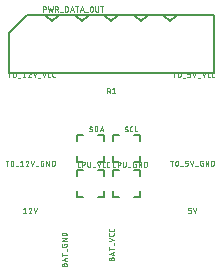
<source format=gbr>
G04 EAGLE Gerber X2 export*
%TF.Part,Single*%
%TF.FileFunction,Legend,Top,1*%
%TF.FilePolarity,Positive*%
%TF.GenerationSoftware,Autodesk,EAGLE,9.1.0*%
%TF.CreationDate,2018-11-27T18:07:30Z*%
G75*
%MOMM*%
%FSLAX34Y34*%
%LPD*%
%AMOC8*
5,1,8,0,0,1.08239X$1,22.5*%
G01*
%ADD10C,0.127000*%
%ADD11C,0.050800*%
%ADD12C,0.076200*%
%ADD13C,0.152400*%


D10*
X194500Y233000D02*
X36000Y233000D01*
X20500Y217000D02*
X20500Y184000D01*
X57500Y227500D02*
X52500Y232500D01*
X57500Y227500D02*
X62500Y232500D01*
X77500Y232500D02*
X82500Y227500D01*
X87500Y232500D01*
X102500Y232500D02*
X107500Y227500D01*
X112500Y232500D01*
X127500Y232500D02*
X132500Y227500D01*
X152500Y232500D02*
X157500Y227500D01*
X137500Y232500D02*
X132500Y227500D01*
X157500Y227500D02*
X162500Y232500D01*
X36000Y233000D02*
X20500Y217500D01*
X20500Y184000D02*
X194500Y184000D01*
X194500Y233000D01*
D11*
X49854Y235654D02*
X49854Y240146D01*
X51102Y240146D01*
X51171Y240144D01*
X51239Y240138D01*
X51307Y240129D01*
X51375Y240116D01*
X51442Y240099D01*
X51507Y240078D01*
X51572Y240054D01*
X51635Y240027D01*
X51696Y239996D01*
X51756Y239961D01*
X51813Y239924D01*
X51869Y239883D01*
X51922Y239839D01*
X51972Y239793D01*
X52020Y239743D01*
X52065Y239691D01*
X52108Y239637D01*
X52147Y239581D01*
X52183Y239522D01*
X52216Y239462D01*
X52245Y239399D01*
X52271Y239336D01*
X52293Y239271D01*
X52312Y239204D01*
X52327Y239137D01*
X52338Y239069D01*
X52346Y239001D01*
X52350Y238932D01*
X52350Y238864D01*
X52346Y238795D01*
X52338Y238727D01*
X52327Y238659D01*
X52312Y238592D01*
X52293Y238525D01*
X52271Y238460D01*
X52245Y238397D01*
X52216Y238334D01*
X52183Y238274D01*
X52147Y238215D01*
X52108Y238159D01*
X52065Y238105D01*
X52020Y238053D01*
X51972Y238003D01*
X51922Y237957D01*
X51869Y237913D01*
X51813Y237872D01*
X51756Y237835D01*
X51696Y237800D01*
X51635Y237769D01*
X51572Y237742D01*
X51507Y237718D01*
X51442Y237697D01*
X51375Y237680D01*
X51307Y237667D01*
X51239Y237658D01*
X51171Y237652D01*
X51102Y237650D01*
X49854Y237650D01*
X53980Y240146D02*
X54978Y235654D01*
X55976Y238649D01*
X56974Y235654D01*
X57973Y240146D01*
X60011Y240146D02*
X60011Y235654D01*
X60011Y240146D02*
X61259Y240146D01*
X61328Y240144D01*
X61396Y240138D01*
X61464Y240129D01*
X61532Y240116D01*
X61599Y240099D01*
X61664Y240078D01*
X61729Y240054D01*
X61792Y240027D01*
X61853Y239996D01*
X61913Y239961D01*
X61970Y239924D01*
X62026Y239883D01*
X62079Y239839D01*
X62129Y239793D01*
X62177Y239743D01*
X62222Y239691D01*
X62265Y239637D01*
X62304Y239581D01*
X62340Y239522D01*
X62373Y239462D01*
X62402Y239399D01*
X62428Y239336D01*
X62450Y239271D01*
X62469Y239204D01*
X62484Y239137D01*
X62495Y239069D01*
X62503Y239001D01*
X62507Y238932D01*
X62507Y238864D01*
X62503Y238795D01*
X62495Y238727D01*
X62484Y238659D01*
X62469Y238592D01*
X62450Y238525D01*
X62428Y238460D01*
X62402Y238397D01*
X62373Y238334D01*
X62340Y238274D01*
X62304Y238215D01*
X62265Y238159D01*
X62222Y238105D01*
X62177Y238053D01*
X62129Y238003D01*
X62079Y237957D01*
X62026Y237913D01*
X61970Y237872D01*
X61913Y237835D01*
X61853Y237800D01*
X61792Y237769D01*
X61729Y237742D01*
X61664Y237718D01*
X61599Y237697D01*
X61532Y237680D01*
X61464Y237667D01*
X61396Y237658D01*
X61328Y237652D01*
X61259Y237650D01*
X60011Y237650D01*
X61509Y237650D02*
X62507Y235654D01*
X64278Y235155D02*
X66274Y235155D01*
X68228Y235654D02*
X68228Y240146D01*
X69476Y240146D01*
X69544Y240144D01*
X69611Y240139D01*
X69678Y240130D01*
X69744Y240117D01*
X69810Y240101D01*
X69874Y240081D01*
X69938Y240057D01*
X70000Y240031D01*
X70061Y240001D01*
X70119Y239967D01*
X70176Y239931D01*
X70231Y239892D01*
X70284Y239849D01*
X70334Y239804D01*
X70382Y239756D01*
X70427Y239706D01*
X70470Y239653D01*
X70509Y239598D01*
X70545Y239541D01*
X70579Y239483D01*
X70609Y239422D01*
X70635Y239360D01*
X70659Y239296D01*
X70679Y239232D01*
X70695Y239166D01*
X70708Y239100D01*
X70717Y239033D01*
X70722Y238966D01*
X70724Y238898D01*
X70724Y236902D01*
X70722Y236834D01*
X70717Y236767D01*
X70708Y236700D01*
X70695Y236634D01*
X70679Y236568D01*
X70659Y236504D01*
X70635Y236440D01*
X70609Y236378D01*
X70579Y236317D01*
X70545Y236259D01*
X70509Y236202D01*
X70470Y236147D01*
X70427Y236094D01*
X70382Y236044D01*
X70334Y235996D01*
X70284Y235951D01*
X70231Y235908D01*
X70176Y235869D01*
X70119Y235833D01*
X70061Y235799D01*
X70000Y235769D01*
X69938Y235743D01*
X69874Y235719D01*
X69810Y235699D01*
X69744Y235683D01*
X69678Y235670D01*
X69611Y235661D01*
X69544Y235656D01*
X69476Y235654D01*
X68228Y235654D01*
X72629Y235654D02*
X74126Y240146D01*
X75623Y235654D01*
X75249Y236777D02*
X73003Y236777D01*
X78326Y235654D02*
X78326Y240146D01*
X77078Y240146D02*
X79574Y240146D01*
X82526Y240146D02*
X81029Y235654D01*
X84023Y235654D02*
X82526Y240146D01*
X83649Y236777D02*
X81403Y236777D01*
X85578Y235155D02*
X87574Y235155D01*
X89378Y236902D02*
X89378Y238898D01*
X89380Y238967D01*
X89386Y239035D01*
X89395Y239103D01*
X89408Y239171D01*
X89425Y239238D01*
X89446Y239303D01*
X89470Y239368D01*
X89497Y239431D01*
X89528Y239492D01*
X89563Y239552D01*
X89600Y239609D01*
X89641Y239665D01*
X89685Y239718D01*
X89731Y239768D01*
X89781Y239816D01*
X89833Y239861D01*
X89887Y239904D01*
X89943Y239943D01*
X90002Y239979D01*
X90062Y240012D01*
X90125Y240041D01*
X90188Y240067D01*
X90253Y240089D01*
X90320Y240108D01*
X90387Y240123D01*
X90455Y240134D01*
X90523Y240142D01*
X90592Y240146D01*
X90660Y240146D01*
X90729Y240142D01*
X90797Y240134D01*
X90865Y240123D01*
X90932Y240108D01*
X90999Y240089D01*
X91064Y240067D01*
X91127Y240041D01*
X91190Y240012D01*
X91250Y239979D01*
X91309Y239943D01*
X91365Y239904D01*
X91419Y239861D01*
X91471Y239816D01*
X91521Y239768D01*
X91567Y239718D01*
X91611Y239665D01*
X91652Y239609D01*
X91689Y239552D01*
X91724Y239492D01*
X91755Y239431D01*
X91782Y239368D01*
X91806Y239303D01*
X91827Y239238D01*
X91844Y239171D01*
X91857Y239103D01*
X91866Y239035D01*
X91872Y238967D01*
X91874Y238898D01*
X91874Y236902D01*
X91872Y236833D01*
X91866Y236765D01*
X91857Y236697D01*
X91844Y236629D01*
X91827Y236562D01*
X91806Y236497D01*
X91782Y236432D01*
X91755Y236369D01*
X91724Y236308D01*
X91689Y236248D01*
X91652Y236191D01*
X91611Y236135D01*
X91567Y236082D01*
X91521Y236032D01*
X91471Y235984D01*
X91419Y235939D01*
X91365Y235896D01*
X91309Y235857D01*
X91250Y235821D01*
X91190Y235788D01*
X91127Y235759D01*
X91064Y235733D01*
X90999Y235711D01*
X90932Y235692D01*
X90865Y235677D01*
X90797Y235666D01*
X90729Y235658D01*
X90660Y235654D01*
X90592Y235654D01*
X90523Y235658D01*
X90455Y235666D01*
X90387Y235677D01*
X90320Y235692D01*
X90253Y235711D01*
X90188Y235733D01*
X90125Y235759D01*
X90062Y235788D01*
X90002Y235821D01*
X89943Y235857D01*
X89887Y235896D01*
X89833Y235939D01*
X89781Y235984D01*
X89731Y236032D01*
X89685Y236082D01*
X89641Y236135D01*
X89600Y236191D01*
X89563Y236248D01*
X89528Y236308D01*
X89497Y236369D01*
X89470Y236432D01*
X89446Y236497D01*
X89425Y236562D01*
X89408Y236629D01*
X89395Y236697D01*
X89386Y236765D01*
X89380Y236833D01*
X89378Y236902D01*
X94028Y236902D02*
X94028Y240146D01*
X94028Y236902D02*
X94030Y236833D01*
X94036Y236765D01*
X94045Y236697D01*
X94058Y236629D01*
X94075Y236562D01*
X94096Y236497D01*
X94120Y236432D01*
X94147Y236369D01*
X94178Y236308D01*
X94213Y236248D01*
X94250Y236191D01*
X94291Y236135D01*
X94335Y236082D01*
X94381Y236032D01*
X94431Y235984D01*
X94483Y235939D01*
X94537Y235896D01*
X94593Y235857D01*
X94652Y235821D01*
X94712Y235788D01*
X94775Y235759D01*
X94838Y235733D01*
X94903Y235711D01*
X94970Y235692D01*
X95037Y235677D01*
X95105Y235666D01*
X95173Y235658D01*
X95242Y235654D01*
X95310Y235654D01*
X95379Y235658D01*
X95447Y235666D01*
X95515Y235677D01*
X95582Y235692D01*
X95649Y235711D01*
X95714Y235733D01*
X95777Y235759D01*
X95840Y235788D01*
X95900Y235821D01*
X95959Y235857D01*
X96015Y235896D01*
X96069Y235939D01*
X96121Y235984D01*
X96171Y236032D01*
X96217Y236082D01*
X96261Y236135D01*
X96302Y236191D01*
X96339Y236248D01*
X96374Y236308D01*
X96405Y236369D01*
X96432Y236432D01*
X96456Y236497D01*
X96477Y236562D01*
X96494Y236629D01*
X96507Y236697D01*
X96516Y236765D01*
X96522Y236833D01*
X96524Y236902D01*
X96524Y240146D01*
X99626Y240146D02*
X99626Y235654D01*
X98378Y240146D02*
X100874Y240146D01*
D12*
X104031Y170969D02*
X104031Y166731D01*
X104031Y170969D02*
X105208Y170969D01*
X105275Y170967D01*
X105342Y170961D01*
X105409Y170952D01*
X105475Y170938D01*
X105540Y170921D01*
X105604Y170901D01*
X105666Y170876D01*
X105727Y170848D01*
X105787Y170817D01*
X105844Y170782D01*
X105900Y170744D01*
X105953Y170703D01*
X106004Y170659D01*
X106052Y170612D01*
X106098Y170563D01*
X106140Y170511D01*
X106180Y170456D01*
X106216Y170400D01*
X106249Y170341D01*
X106279Y170281D01*
X106305Y170219D01*
X106327Y170156D01*
X106346Y170091D01*
X106362Y170026D01*
X106373Y169960D01*
X106381Y169893D01*
X106385Y169826D01*
X106385Y169758D01*
X106381Y169691D01*
X106373Y169624D01*
X106362Y169558D01*
X106346Y169493D01*
X106327Y169428D01*
X106305Y169365D01*
X106279Y169303D01*
X106249Y169243D01*
X106216Y169184D01*
X106180Y169128D01*
X106140Y169073D01*
X106098Y169021D01*
X106052Y168972D01*
X106004Y168925D01*
X105953Y168881D01*
X105900Y168840D01*
X105844Y168802D01*
X105787Y168767D01*
X105727Y168736D01*
X105666Y168708D01*
X105604Y168683D01*
X105540Y168663D01*
X105475Y168646D01*
X105409Y168632D01*
X105342Y168623D01*
X105275Y168617D01*
X105208Y168615D01*
X104031Y168615D01*
X105444Y168615D02*
X106385Y166731D01*
X108489Y170027D02*
X109666Y170969D01*
X109666Y166731D01*
X108489Y166731D02*
X110843Y166731D01*
X107265Y26558D02*
X107265Y25381D01*
X107265Y26558D02*
X107267Y26625D01*
X107273Y26692D01*
X107282Y26759D01*
X107296Y26825D01*
X107313Y26890D01*
X107333Y26954D01*
X107358Y27016D01*
X107386Y27077D01*
X107417Y27137D01*
X107452Y27194D01*
X107490Y27250D01*
X107531Y27303D01*
X107575Y27354D01*
X107622Y27402D01*
X107671Y27448D01*
X107723Y27490D01*
X107778Y27530D01*
X107834Y27566D01*
X107893Y27599D01*
X107953Y27629D01*
X108015Y27655D01*
X108078Y27677D01*
X108143Y27696D01*
X108208Y27712D01*
X108274Y27723D01*
X108341Y27731D01*
X108408Y27735D01*
X108476Y27735D01*
X108543Y27731D01*
X108610Y27723D01*
X108676Y27712D01*
X108741Y27696D01*
X108806Y27677D01*
X108869Y27655D01*
X108931Y27629D01*
X108991Y27599D01*
X109050Y27566D01*
X109106Y27530D01*
X109161Y27490D01*
X109213Y27448D01*
X109262Y27402D01*
X109309Y27354D01*
X109353Y27303D01*
X109394Y27250D01*
X109432Y27194D01*
X109467Y27137D01*
X109498Y27077D01*
X109526Y27016D01*
X109551Y26954D01*
X109571Y26890D01*
X109588Y26825D01*
X109602Y26759D01*
X109611Y26692D01*
X109617Y26625D01*
X109619Y26558D01*
X109619Y25381D01*
X105381Y25381D01*
X105381Y26558D01*
X105383Y26618D01*
X105389Y26678D01*
X105398Y26738D01*
X105412Y26797D01*
X105429Y26855D01*
X105450Y26912D01*
X105474Y26967D01*
X105502Y27020D01*
X105534Y27072D01*
X105568Y27121D01*
X105606Y27169D01*
X105646Y27213D01*
X105690Y27255D01*
X105736Y27294D01*
X105784Y27331D01*
X105835Y27364D01*
X105887Y27393D01*
X105942Y27419D01*
X105998Y27442D01*
X106055Y27461D01*
X106113Y27476D01*
X106173Y27488D01*
X106233Y27496D01*
X106293Y27500D01*
X106353Y27500D01*
X106413Y27496D01*
X106473Y27488D01*
X106533Y27476D01*
X106591Y27461D01*
X106648Y27442D01*
X106704Y27419D01*
X106759Y27393D01*
X106811Y27364D01*
X106862Y27331D01*
X106910Y27294D01*
X106956Y27255D01*
X107000Y27213D01*
X107040Y27169D01*
X107078Y27121D01*
X107112Y27072D01*
X107144Y27020D01*
X107172Y26967D01*
X107196Y26912D01*
X107217Y26855D01*
X107234Y26797D01*
X107248Y26738D01*
X107257Y26678D01*
X107263Y26618D01*
X107265Y26558D01*
X109619Y29399D02*
X105381Y30811D01*
X109619Y32224D01*
X108560Y31871D02*
X108560Y29752D01*
X109619Y35011D02*
X105381Y35011D01*
X105381Y33834D02*
X105381Y36189D01*
X110090Y37820D02*
X110090Y39703D01*
X109619Y42811D02*
X105381Y41399D01*
X105381Y44224D02*
X109619Y42811D01*
X109619Y47057D02*
X109619Y47999D01*
X109619Y47057D02*
X109617Y46998D01*
X109612Y46939D01*
X109602Y46880D01*
X109589Y46823D01*
X109573Y46766D01*
X109553Y46710D01*
X109529Y46656D01*
X109502Y46603D01*
X109472Y46552D01*
X109439Y46503D01*
X109403Y46457D01*
X109364Y46412D01*
X109322Y46370D01*
X109277Y46331D01*
X109231Y46295D01*
X109182Y46262D01*
X109131Y46232D01*
X109078Y46205D01*
X109024Y46181D01*
X108968Y46161D01*
X108911Y46145D01*
X108854Y46132D01*
X108795Y46122D01*
X108736Y46117D01*
X108677Y46115D01*
X106323Y46115D01*
X106264Y46117D01*
X106205Y46122D01*
X106146Y46132D01*
X106089Y46145D01*
X106032Y46161D01*
X105976Y46181D01*
X105922Y46205D01*
X105869Y46232D01*
X105818Y46262D01*
X105769Y46295D01*
X105723Y46331D01*
X105678Y46370D01*
X105636Y46412D01*
X105597Y46457D01*
X105561Y46503D01*
X105528Y46552D01*
X105498Y46603D01*
X105471Y46656D01*
X105447Y46710D01*
X105427Y46766D01*
X105411Y46823D01*
X105398Y46880D01*
X105388Y46939D01*
X105383Y46998D01*
X105381Y47057D01*
X105381Y47999D01*
X109619Y50807D02*
X109619Y51749D01*
X109619Y50807D02*
X109617Y50748D01*
X109612Y50689D01*
X109602Y50630D01*
X109589Y50573D01*
X109573Y50516D01*
X109553Y50460D01*
X109529Y50406D01*
X109502Y50353D01*
X109472Y50302D01*
X109439Y50253D01*
X109403Y50207D01*
X109364Y50162D01*
X109322Y50120D01*
X109277Y50081D01*
X109231Y50045D01*
X109182Y50012D01*
X109131Y49982D01*
X109078Y49955D01*
X109024Y49931D01*
X108968Y49911D01*
X108911Y49895D01*
X108854Y49882D01*
X108795Y49872D01*
X108736Y49867D01*
X108677Y49865D01*
X106323Y49865D01*
X106264Y49867D01*
X106205Y49872D01*
X106146Y49882D01*
X106089Y49895D01*
X106032Y49911D01*
X105976Y49931D01*
X105922Y49955D01*
X105869Y49982D01*
X105818Y50012D01*
X105769Y50045D01*
X105723Y50081D01*
X105678Y50120D01*
X105636Y50162D01*
X105597Y50207D01*
X105561Y50253D01*
X105528Y50302D01*
X105498Y50353D01*
X105471Y50406D01*
X105447Y50460D01*
X105427Y50516D01*
X105411Y50573D01*
X105398Y50630D01*
X105388Y50689D01*
X105383Y50748D01*
X105381Y50807D01*
X105381Y51749D01*
X67265Y21558D02*
X67265Y20381D01*
X67265Y21558D02*
X67267Y21625D01*
X67273Y21692D01*
X67282Y21759D01*
X67296Y21825D01*
X67313Y21890D01*
X67333Y21954D01*
X67358Y22016D01*
X67386Y22077D01*
X67417Y22137D01*
X67452Y22194D01*
X67490Y22250D01*
X67531Y22303D01*
X67575Y22354D01*
X67622Y22402D01*
X67671Y22448D01*
X67723Y22490D01*
X67778Y22530D01*
X67834Y22566D01*
X67893Y22599D01*
X67953Y22629D01*
X68015Y22655D01*
X68078Y22677D01*
X68143Y22696D01*
X68208Y22712D01*
X68274Y22723D01*
X68341Y22731D01*
X68408Y22735D01*
X68476Y22735D01*
X68543Y22731D01*
X68610Y22723D01*
X68676Y22712D01*
X68741Y22696D01*
X68806Y22677D01*
X68869Y22655D01*
X68931Y22629D01*
X68991Y22599D01*
X69050Y22566D01*
X69106Y22530D01*
X69161Y22490D01*
X69213Y22448D01*
X69262Y22402D01*
X69309Y22354D01*
X69353Y22303D01*
X69394Y22250D01*
X69432Y22194D01*
X69467Y22137D01*
X69498Y22077D01*
X69526Y22016D01*
X69551Y21954D01*
X69571Y21890D01*
X69588Y21825D01*
X69602Y21759D01*
X69611Y21692D01*
X69617Y21625D01*
X69619Y21558D01*
X69619Y20381D01*
X65381Y20381D01*
X65381Y21558D01*
X65383Y21618D01*
X65389Y21678D01*
X65398Y21738D01*
X65412Y21797D01*
X65429Y21855D01*
X65450Y21912D01*
X65474Y21967D01*
X65502Y22020D01*
X65534Y22072D01*
X65568Y22121D01*
X65606Y22169D01*
X65646Y22213D01*
X65690Y22255D01*
X65736Y22294D01*
X65784Y22331D01*
X65835Y22364D01*
X65887Y22393D01*
X65942Y22419D01*
X65998Y22442D01*
X66055Y22461D01*
X66113Y22476D01*
X66173Y22488D01*
X66233Y22496D01*
X66293Y22500D01*
X66353Y22500D01*
X66413Y22496D01*
X66473Y22488D01*
X66533Y22476D01*
X66591Y22461D01*
X66648Y22442D01*
X66704Y22419D01*
X66759Y22393D01*
X66811Y22364D01*
X66862Y22331D01*
X66910Y22294D01*
X66956Y22255D01*
X67000Y22213D01*
X67040Y22169D01*
X67078Y22121D01*
X67112Y22072D01*
X67144Y22020D01*
X67172Y21967D01*
X67196Y21912D01*
X67217Y21855D01*
X67234Y21797D01*
X67248Y21738D01*
X67257Y21678D01*
X67263Y21618D01*
X67265Y21558D01*
X69619Y24399D02*
X65381Y25811D01*
X69619Y27224D01*
X68560Y26871D02*
X68560Y24752D01*
X69619Y30011D02*
X65381Y30011D01*
X65381Y28834D02*
X65381Y31189D01*
X70090Y32820D02*
X70090Y34703D01*
X67265Y38432D02*
X67265Y39139D01*
X69619Y39139D01*
X69619Y37726D01*
X69617Y37667D01*
X69612Y37608D01*
X69602Y37549D01*
X69589Y37492D01*
X69573Y37435D01*
X69553Y37379D01*
X69529Y37325D01*
X69502Y37272D01*
X69472Y37221D01*
X69439Y37172D01*
X69403Y37126D01*
X69364Y37081D01*
X69322Y37039D01*
X69277Y37000D01*
X69231Y36964D01*
X69182Y36931D01*
X69131Y36901D01*
X69078Y36874D01*
X69024Y36850D01*
X68968Y36830D01*
X68911Y36814D01*
X68854Y36801D01*
X68795Y36791D01*
X68736Y36786D01*
X68677Y36784D01*
X66323Y36784D01*
X66264Y36786D01*
X66205Y36791D01*
X66146Y36801D01*
X66089Y36814D01*
X66032Y36830D01*
X65976Y36850D01*
X65922Y36874D01*
X65869Y36901D01*
X65818Y36931D01*
X65769Y36964D01*
X65723Y37000D01*
X65678Y37039D01*
X65636Y37081D01*
X65597Y37126D01*
X65561Y37172D01*
X65528Y37221D01*
X65498Y37272D01*
X65471Y37325D01*
X65447Y37379D01*
X65427Y37435D01*
X65411Y37492D01*
X65398Y37549D01*
X65388Y37608D01*
X65383Y37667D01*
X65381Y37726D01*
X65381Y39139D01*
X65381Y41584D02*
X69619Y41584D01*
X69619Y43939D02*
X65381Y41584D01*
X65381Y43939D02*
X69619Y43939D01*
X69619Y46384D02*
X65381Y46384D01*
X65381Y47561D01*
X65383Y47627D01*
X65388Y47693D01*
X65398Y47758D01*
X65411Y47823D01*
X65427Y47887D01*
X65447Y47950D01*
X65471Y48011D01*
X65498Y48072D01*
X65528Y48130D01*
X65561Y48187D01*
X65598Y48242D01*
X65638Y48295D01*
X65680Y48345D01*
X65726Y48393D01*
X65774Y48439D01*
X65824Y48481D01*
X65877Y48521D01*
X65932Y48558D01*
X65989Y48591D01*
X66047Y48621D01*
X66108Y48648D01*
X66169Y48672D01*
X66232Y48692D01*
X66296Y48708D01*
X66361Y48721D01*
X66426Y48731D01*
X66492Y48736D01*
X66558Y48738D01*
X66558Y48739D02*
X68442Y48739D01*
X68442Y48738D02*
X68508Y48736D01*
X68574Y48731D01*
X68639Y48721D01*
X68704Y48708D01*
X68768Y48692D01*
X68831Y48672D01*
X68892Y48648D01*
X68953Y48621D01*
X69011Y48591D01*
X69068Y48558D01*
X69123Y48521D01*
X69176Y48481D01*
X69226Y48439D01*
X69274Y48393D01*
X69320Y48345D01*
X69362Y48295D01*
X69402Y48242D01*
X69439Y48187D01*
X69472Y48130D01*
X69502Y48072D01*
X69529Y48011D01*
X69553Y47950D01*
X69573Y47887D01*
X69589Y47823D01*
X69602Y47758D01*
X69612Y47693D01*
X69617Y47627D01*
X69619Y47561D01*
X69619Y46384D01*
X160782Y180381D02*
X160782Y184619D01*
X159605Y184619D02*
X161959Y184619D01*
X163805Y183442D02*
X163805Y181558D01*
X163805Y183442D02*
X163807Y183509D01*
X163813Y183576D01*
X163822Y183643D01*
X163836Y183709D01*
X163853Y183774D01*
X163873Y183838D01*
X163898Y183900D01*
X163926Y183961D01*
X163957Y184021D01*
X163992Y184078D01*
X164030Y184134D01*
X164071Y184187D01*
X164115Y184238D01*
X164162Y184286D01*
X164211Y184332D01*
X164263Y184374D01*
X164318Y184414D01*
X164374Y184450D01*
X164433Y184483D01*
X164493Y184513D01*
X164555Y184539D01*
X164618Y184561D01*
X164683Y184580D01*
X164748Y184596D01*
X164814Y184607D01*
X164881Y184615D01*
X164948Y184619D01*
X165016Y184619D01*
X165083Y184615D01*
X165150Y184607D01*
X165216Y184596D01*
X165281Y184580D01*
X165346Y184561D01*
X165409Y184539D01*
X165471Y184513D01*
X165531Y184483D01*
X165590Y184450D01*
X165646Y184414D01*
X165701Y184374D01*
X165753Y184332D01*
X165802Y184286D01*
X165849Y184238D01*
X165893Y184187D01*
X165934Y184134D01*
X165972Y184078D01*
X166007Y184021D01*
X166038Y183961D01*
X166066Y183900D01*
X166091Y183838D01*
X166111Y183774D01*
X166128Y183709D01*
X166142Y183643D01*
X166151Y183576D01*
X166157Y183509D01*
X166159Y183442D01*
X166159Y181558D01*
X166157Y181491D01*
X166151Y181424D01*
X166142Y181357D01*
X166128Y181291D01*
X166111Y181226D01*
X166091Y181162D01*
X166066Y181100D01*
X166038Y181039D01*
X166007Y180979D01*
X165972Y180922D01*
X165934Y180866D01*
X165893Y180813D01*
X165849Y180762D01*
X165802Y180714D01*
X165753Y180668D01*
X165701Y180626D01*
X165646Y180586D01*
X165590Y180550D01*
X165531Y180517D01*
X165471Y180487D01*
X165409Y180461D01*
X165346Y180439D01*
X165281Y180420D01*
X165216Y180404D01*
X165150Y180393D01*
X165083Y180385D01*
X165016Y180381D01*
X164948Y180381D01*
X164881Y180385D01*
X164814Y180393D01*
X164748Y180404D01*
X164683Y180420D01*
X164618Y180439D01*
X164555Y180461D01*
X164493Y180487D01*
X164433Y180517D01*
X164374Y180550D01*
X164318Y180586D01*
X164263Y180626D01*
X164211Y180668D01*
X164162Y180714D01*
X164115Y180762D01*
X164071Y180813D01*
X164030Y180866D01*
X163992Y180922D01*
X163957Y180979D01*
X163926Y181039D01*
X163898Y181100D01*
X163873Y181162D01*
X163853Y181226D01*
X163836Y181291D01*
X163822Y181357D01*
X163813Y181424D01*
X163807Y181491D01*
X163805Y181558D01*
X168090Y179910D02*
X169974Y179910D01*
X171905Y180381D02*
X173317Y180381D01*
X173376Y180383D01*
X173435Y180388D01*
X173494Y180398D01*
X173551Y180411D01*
X173608Y180427D01*
X173664Y180447D01*
X173718Y180471D01*
X173771Y180498D01*
X173822Y180528D01*
X173871Y180561D01*
X173917Y180597D01*
X173962Y180636D01*
X174004Y180678D01*
X174043Y180723D01*
X174079Y180769D01*
X174112Y180818D01*
X174142Y180869D01*
X174169Y180922D01*
X174193Y180976D01*
X174213Y181032D01*
X174229Y181089D01*
X174242Y181146D01*
X174252Y181205D01*
X174257Y181264D01*
X174259Y181323D01*
X174259Y181794D01*
X174257Y181853D01*
X174252Y181912D01*
X174242Y181971D01*
X174229Y182028D01*
X174213Y182085D01*
X174193Y182141D01*
X174169Y182195D01*
X174142Y182248D01*
X174112Y182299D01*
X174079Y182348D01*
X174043Y182394D01*
X174004Y182439D01*
X173962Y182481D01*
X173917Y182520D01*
X173871Y182556D01*
X173822Y182589D01*
X173771Y182619D01*
X173718Y182646D01*
X173664Y182670D01*
X173608Y182690D01*
X173551Y182706D01*
X173494Y182719D01*
X173435Y182729D01*
X173376Y182734D01*
X173317Y182736D01*
X173317Y182735D02*
X171905Y182735D01*
X171905Y184619D01*
X174259Y184619D01*
X176169Y184619D02*
X177582Y180381D01*
X178994Y184619D01*
X180690Y179910D02*
X182574Y179910D01*
X185682Y180381D02*
X184269Y184619D01*
X187094Y184619D02*
X185682Y180381D01*
X189927Y180381D02*
X190869Y180381D01*
X189927Y180381D02*
X189868Y180383D01*
X189809Y180388D01*
X189750Y180398D01*
X189693Y180411D01*
X189636Y180427D01*
X189580Y180447D01*
X189526Y180471D01*
X189473Y180498D01*
X189422Y180528D01*
X189373Y180561D01*
X189327Y180597D01*
X189282Y180636D01*
X189240Y180678D01*
X189201Y180723D01*
X189165Y180769D01*
X189132Y180818D01*
X189102Y180869D01*
X189075Y180922D01*
X189051Y180976D01*
X189031Y181032D01*
X189015Y181089D01*
X189002Y181146D01*
X188992Y181205D01*
X188987Y181264D01*
X188985Y181323D01*
X188986Y181323D02*
X188986Y183677D01*
X188985Y183677D02*
X188987Y183736D01*
X188992Y183795D01*
X189002Y183854D01*
X189015Y183911D01*
X189031Y183968D01*
X189051Y184024D01*
X189075Y184078D01*
X189102Y184131D01*
X189132Y184182D01*
X189165Y184231D01*
X189201Y184277D01*
X189240Y184322D01*
X189282Y184364D01*
X189327Y184403D01*
X189373Y184439D01*
X189422Y184472D01*
X189473Y184502D01*
X189526Y184529D01*
X189580Y184553D01*
X189636Y184573D01*
X189693Y184589D01*
X189750Y184602D01*
X189809Y184612D01*
X189868Y184617D01*
X189927Y184619D01*
X190869Y184619D01*
X193677Y180381D02*
X194619Y180381D01*
X193677Y180381D02*
X193618Y180383D01*
X193559Y180388D01*
X193500Y180398D01*
X193443Y180411D01*
X193386Y180427D01*
X193330Y180447D01*
X193276Y180471D01*
X193223Y180498D01*
X193172Y180528D01*
X193123Y180561D01*
X193077Y180597D01*
X193032Y180636D01*
X192990Y180678D01*
X192951Y180723D01*
X192915Y180769D01*
X192882Y180818D01*
X192852Y180869D01*
X192825Y180922D01*
X192801Y180976D01*
X192781Y181032D01*
X192765Y181089D01*
X192752Y181146D01*
X192742Y181205D01*
X192737Y181264D01*
X192735Y181323D01*
X192735Y183677D01*
X192737Y183736D01*
X192742Y183795D01*
X192752Y183854D01*
X192765Y183911D01*
X192781Y183968D01*
X192801Y184024D01*
X192825Y184078D01*
X192852Y184131D01*
X192882Y184182D01*
X192915Y184231D01*
X192951Y184277D01*
X192990Y184322D01*
X193032Y184364D01*
X193077Y184403D01*
X193123Y184439D01*
X193172Y184472D01*
X193223Y184502D01*
X193276Y184529D01*
X193330Y184553D01*
X193386Y184573D01*
X193443Y184589D01*
X193500Y184602D01*
X193559Y184612D01*
X193618Y184617D01*
X193677Y184619D01*
X194619Y184619D01*
X158792Y109619D02*
X158792Y105381D01*
X157615Y109619D02*
X159969Y109619D01*
X161815Y108442D02*
X161815Y106558D01*
X161815Y108442D02*
X161817Y108509D01*
X161823Y108576D01*
X161832Y108643D01*
X161846Y108709D01*
X161863Y108774D01*
X161883Y108838D01*
X161908Y108900D01*
X161936Y108961D01*
X161967Y109021D01*
X162002Y109078D01*
X162040Y109134D01*
X162081Y109187D01*
X162125Y109238D01*
X162172Y109286D01*
X162221Y109332D01*
X162273Y109374D01*
X162328Y109414D01*
X162384Y109450D01*
X162443Y109483D01*
X162503Y109513D01*
X162565Y109539D01*
X162628Y109561D01*
X162693Y109580D01*
X162758Y109596D01*
X162824Y109607D01*
X162891Y109615D01*
X162958Y109619D01*
X163026Y109619D01*
X163093Y109615D01*
X163160Y109607D01*
X163226Y109596D01*
X163291Y109580D01*
X163356Y109561D01*
X163419Y109539D01*
X163481Y109513D01*
X163541Y109483D01*
X163600Y109450D01*
X163656Y109414D01*
X163711Y109374D01*
X163763Y109332D01*
X163812Y109286D01*
X163859Y109238D01*
X163903Y109187D01*
X163944Y109134D01*
X163982Y109078D01*
X164017Y109021D01*
X164048Y108961D01*
X164076Y108900D01*
X164101Y108838D01*
X164121Y108774D01*
X164138Y108709D01*
X164152Y108643D01*
X164161Y108576D01*
X164167Y108509D01*
X164169Y108442D01*
X164169Y106558D01*
X164167Y106491D01*
X164161Y106424D01*
X164152Y106357D01*
X164138Y106291D01*
X164121Y106226D01*
X164101Y106162D01*
X164076Y106100D01*
X164048Y106039D01*
X164017Y105979D01*
X163982Y105922D01*
X163944Y105866D01*
X163903Y105813D01*
X163859Y105762D01*
X163812Y105714D01*
X163763Y105668D01*
X163711Y105626D01*
X163656Y105586D01*
X163600Y105550D01*
X163541Y105517D01*
X163481Y105487D01*
X163419Y105461D01*
X163356Y105439D01*
X163291Y105420D01*
X163226Y105404D01*
X163160Y105393D01*
X163093Y105385D01*
X163026Y105381D01*
X162958Y105381D01*
X162891Y105385D01*
X162824Y105393D01*
X162758Y105404D01*
X162693Y105420D01*
X162628Y105439D01*
X162565Y105461D01*
X162503Y105487D01*
X162443Y105517D01*
X162384Y105550D01*
X162328Y105586D01*
X162273Y105626D01*
X162221Y105668D01*
X162172Y105714D01*
X162125Y105762D01*
X162081Y105813D01*
X162040Y105866D01*
X162002Y105922D01*
X161967Y105979D01*
X161936Y106039D01*
X161908Y106100D01*
X161883Y106162D01*
X161863Y106226D01*
X161846Y106291D01*
X161832Y106357D01*
X161823Y106424D01*
X161817Y106491D01*
X161815Y106558D01*
X166100Y104910D02*
X167984Y104910D01*
X169915Y105381D02*
X171327Y105381D01*
X171386Y105383D01*
X171445Y105388D01*
X171504Y105398D01*
X171561Y105411D01*
X171618Y105427D01*
X171674Y105447D01*
X171728Y105471D01*
X171781Y105498D01*
X171832Y105528D01*
X171881Y105561D01*
X171927Y105597D01*
X171972Y105636D01*
X172014Y105678D01*
X172053Y105723D01*
X172089Y105769D01*
X172122Y105818D01*
X172152Y105869D01*
X172179Y105922D01*
X172203Y105976D01*
X172223Y106032D01*
X172239Y106089D01*
X172252Y106146D01*
X172262Y106205D01*
X172267Y106264D01*
X172269Y106323D01*
X172269Y106794D01*
X172267Y106853D01*
X172262Y106912D01*
X172252Y106971D01*
X172239Y107028D01*
X172223Y107085D01*
X172203Y107141D01*
X172179Y107195D01*
X172152Y107248D01*
X172122Y107299D01*
X172089Y107348D01*
X172053Y107394D01*
X172014Y107439D01*
X171972Y107481D01*
X171927Y107520D01*
X171881Y107556D01*
X171832Y107589D01*
X171781Y107619D01*
X171728Y107646D01*
X171674Y107670D01*
X171618Y107690D01*
X171561Y107706D01*
X171504Y107719D01*
X171445Y107729D01*
X171386Y107734D01*
X171327Y107736D01*
X171327Y107735D02*
X169915Y107735D01*
X169915Y109619D01*
X172269Y109619D01*
X174179Y109619D02*
X175592Y105381D01*
X177004Y109619D01*
X178700Y104910D02*
X180584Y104910D01*
X184313Y107735D02*
X185019Y107735D01*
X185019Y105381D01*
X183606Y105381D01*
X183547Y105383D01*
X183488Y105388D01*
X183429Y105398D01*
X183372Y105411D01*
X183315Y105427D01*
X183259Y105447D01*
X183205Y105471D01*
X183152Y105498D01*
X183101Y105528D01*
X183052Y105561D01*
X183006Y105597D01*
X182961Y105636D01*
X182919Y105678D01*
X182880Y105723D01*
X182844Y105769D01*
X182811Y105818D01*
X182781Y105869D01*
X182754Y105922D01*
X182730Y105976D01*
X182710Y106032D01*
X182694Y106089D01*
X182681Y106146D01*
X182671Y106205D01*
X182666Y106264D01*
X182664Y106323D01*
X182665Y106323D02*
X182665Y108677D01*
X182664Y108677D02*
X182666Y108736D01*
X182671Y108795D01*
X182681Y108854D01*
X182694Y108911D01*
X182710Y108968D01*
X182730Y109024D01*
X182754Y109078D01*
X182781Y109131D01*
X182811Y109182D01*
X182844Y109231D01*
X182880Y109277D01*
X182919Y109322D01*
X182961Y109364D01*
X183006Y109403D01*
X183052Y109439D01*
X183101Y109472D01*
X183152Y109502D01*
X183205Y109529D01*
X183259Y109553D01*
X183315Y109573D01*
X183372Y109589D01*
X183429Y109602D01*
X183488Y109612D01*
X183547Y109617D01*
X183606Y109619D01*
X185019Y109619D01*
X187465Y109619D02*
X187465Y105381D01*
X189819Y105381D02*
X187465Y109619D01*
X189819Y109619D02*
X189819Y105381D01*
X192265Y105381D02*
X192265Y109619D01*
X193442Y109619D01*
X193508Y109617D01*
X193574Y109612D01*
X193639Y109602D01*
X193704Y109589D01*
X193768Y109573D01*
X193831Y109553D01*
X193892Y109529D01*
X193953Y109502D01*
X194011Y109472D01*
X194068Y109439D01*
X194123Y109402D01*
X194176Y109362D01*
X194226Y109320D01*
X194274Y109274D01*
X194320Y109226D01*
X194362Y109176D01*
X194402Y109123D01*
X194439Y109068D01*
X194472Y109011D01*
X194502Y108953D01*
X194529Y108892D01*
X194553Y108831D01*
X194573Y108768D01*
X194589Y108704D01*
X194602Y108639D01*
X194612Y108574D01*
X194617Y108508D01*
X194619Y108442D01*
X194619Y106558D01*
X194617Y106490D01*
X194611Y106421D01*
X194601Y106354D01*
X194587Y106287D01*
X194570Y106220D01*
X194548Y106155D01*
X194523Y106092D01*
X194494Y106030D01*
X194461Y105970D01*
X194425Y105911D01*
X194386Y105855D01*
X194344Y105801D01*
X194298Y105750D01*
X194250Y105702D01*
X194199Y105656D01*
X194145Y105614D01*
X194089Y105575D01*
X194031Y105539D01*
X193970Y105506D01*
X193908Y105477D01*
X193845Y105452D01*
X193780Y105430D01*
X193713Y105413D01*
X193646Y105399D01*
X193579Y105389D01*
X193510Y105383D01*
X193442Y105381D01*
X192265Y105381D01*
X173942Y65381D02*
X172529Y65381D01*
X173942Y65381D02*
X174001Y65383D01*
X174060Y65388D01*
X174119Y65398D01*
X174176Y65411D01*
X174233Y65427D01*
X174289Y65447D01*
X174343Y65471D01*
X174396Y65498D01*
X174447Y65528D01*
X174496Y65561D01*
X174542Y65597D01*
X174587Y65636D01*
X174629Y65678D01*
X174668Y65723D01*
X174704Y65769D01*
X174737Y65818D01*
X174767Y65869D01*
X174794Y65922D01*
X174818Y65976D01*
X174838Y66032D01*
X174854Y66089D01*
X174867Y66146D01*
X174877Y66205D01*
X174882Y66264D01*
X174884Y66323D01*
X174884Y66794D01*
X174882Y66853D01*
X174877Y66912D01*
X174867Y66971D01*
X174854Y67028D01*
X174838Y67085D01*
X174818Y67141D01*
X174794Y67195D01*
X174767Y67248D01*
X174737Y67299D01*
X174704Y67348D01*
X174668Y67394D01*
X174629Y67439D01*
X174587Y67481D01*
X174542Y67520D01*
X174496Y67556D01*
X174447Y67589D01*
X174396Y67619D01*
X174343Y67646D01*
X174289Y67670D01*
X174233Y67690D01*
X174176Y67706D01*
X174119Y67719D01*
X174060Y67729D01*
X174001Y67734D01*
X173942Y67736D01*
X173942Y67735D02*
X172529Y67735D01*
X172529Y69619D01*
X174884Y69619D01*
X176794Y69619D02*
X178206Y65381D01*
X179619Y69619D01*
X21282Y180381D02*
X21282Y184619D01*
X20105Y184619D02*
X22459Y184619D01*
X24305Y183442D02*
X24305Y181558D01*
X24305Y183442D02*
X24307Y183509D01*
X24313Y183576D01*
X24322Y183643D01*
X24336Y183709D01*
X24353Y183774D01*
X24373Y183838D01*
X24398Y183900D01*
X24426Y183961D01*
X24457Y184021D01*
X24492Y184078D01*
X24530Y184134D01*
X24571Y184187D01*
X24615Y184238D01*
X24662Y184286D01*
X24711Y184332D01*
X24763Y184374D01*
X24818Y184414D01*
X24874Y184450D01*
X24933Y184483D01*
X24993Y184513D01*
X25055Y184539D01*
X25118Y184561D01*
X25183Y184580D01*
X25248Y184596D01*
X25314Y184607D01*
X25381Y184615D01*
X25448Y184619D01*
X25516Y184619D01*
X25583Y184615D01*
X25650Y184607D01*
X25716Y184596D01*
X25781Y184580D01*
X25846Y184561D01*
X25909Y184539D01*
X25971Y184513D01*
X26031Y184483D01*
X26090Y184450D01*
X26146Y184414D01*
X26201Y184374D01*
X26253Y184332D01*
X26302Y184286D01*
X26349Y184238D01*
X26393Y184187D01*
X26434Y184134D01*
X26472Y184078D01*
X26507Y184021D01*
X26538Y183961D01*
X26566Y183900D01*
X26591Y183838D01*
X26611Y183774D01*
X26628Y183709D01*
X26642Y183643D01*
X26651Y183576D01*
X26657Y183509D01*
X26659Y183442D01*
X26659Y181558D01*
X26657Y181491D01*
X26651Y181424D01*
X26642Y181357D01*
X26628Y181291D01*
X26611Y181226D01*
X26591Y181162D01*
X26566Y181100D01*
X26538Y181039D01*
X26507Y180979D01*
X26472Y180922D01*
X26434Y180866D01*
X26393Y180813D01*
X26349Y180762D01*
X26302Y180714D01*
X26253Y180668D01*
X26201Y180626D01*
X26146Y180586D01*
X26090Y180550D01*
X26031Y180517D01*
X25971Y180487D01*
X25909Y180461D01*
X25846Y180439D01*
X25781Y180420D01*
X25716Y180404D01*
X25650Y180393D01*
X25583Y180385D01*
X25516Y180381D01*
X25448Y180381D01*
X25381Y180385D01*
X25314Y180393D01*
X25248Y180404D01*
X25183Y180420D01*
X25118Y180439D01*
X25055Y180461D01*
X24993Y180487D01*
X24933Y180517D01*
X24874Y180550D01*
X24818Y180586D01*
X24763Y180626D01*
X24711Y180668D01*
X24662Y180714D01*
X24615Y180762D01*
X24571Y180813D01*
X24530Y180866D01*
X24492Y180922D01*
X24457Y180979D01*
X24426Y181039D01*
X24398Y181100D01*
X24373Y181162D01*
X24353Y181226D01*
X24336Y181291D01*
X24322Y181357D01*
X24313Y181424D01*
X24307Y181491D01*
X24305Y181558D01*
X28590Y179910D02*
X30474Y179910D01*
X32405Y183677D02*
X33582Y184619D01*
X33582Y180381D01*
X32405Y180381D02*
X34759Y180381D01*
X38199Y184620D02*
X38263Y184618D01*
X38327Y184612D01*
X38390Y184603D01*
X38453Y184589D01*
X38514Y184572D01*
X38575Y184551D01*
X38634Y184527D01*
X38692Y184499D01*
X38747Y184467D01*
X38801Y184432D01*
X38853Y184394D01*
X38902Y184353D01*
X38949Y184310D01*
X38992Y184263D01*
X39033Y184214D01*
X39071Y184162D01*
X39106Y184108D01*
X39138Y184053D01*
X39166Y183995D01*
X39190Y183936D01*
X39211Y183875D01*
X39228Y183814D01*
X39242Y183751D01*
X39251Y183688D01*
X39257Y183624D01*
X39259Y183560D01*
X38199Y184619D02*
X38128Y184617D01*
X38057Y184612D01*
X37986Y184602D01*
X37916Y184589D01*
X37846Y184573D01*
X37778Y184552D01*
X37711Y184528D01*
X37645Y184501D01*
X37581Y184470D01*
X37518Y184436D01*
X37457Y184399D01*
X37398Y184359D01*
X37342Y184315D01*
X37288Y184269D01*
X37236Y184220D01*
X37187Y184168D01*
X37141Y184114D01*
X37097Y184057D01*
X37057Y183998D01*
X37020Y183938D01*
X36986Y183875D01*
X36955Y183810D01*
X36928Y183745D01*
X36904Y183677D01*
X38906Y182736D02*
X38952Y182783D01*
X38996Y182832D01*
X39036Y182884D01*
X39074Y182938D01*
X39108Y182994D01*
X39139Y183052D01*
X39167Y183112D01*
X39191Y183173D01*
X39212Y183235D01*
X39229Y183299D01*
X39242Y183364D01*
X39251Y183429D01*
X39257Y183494D01*
X39259Y183560D01*
X38906Y182735D02*
X36905Y180381D01*
X39259Y180381D01*
X42582Y180381D02*
X41169Y184619D01*
X43994Y184619D02*
X42582Y180381D01*
X45690Y179910D02*
X47574Y179910D01*
X50682Y180381D02*
X49269Y184619D01*
X52094Y184619D02*
X50682Y180381D01*
X54927Y180381D02*
X55869Y180381D01*
X54927Y180381D02*
X54868Y180383D01*
X54809Y180388D01*
X54750Y180398D01*
X54693Y180411D01*
X54636Y180427D01*
X54580Y180447D01*
X54526Y180471D01*
X54473Y180498D01*
X54422Y180528D01*
X54373Y180561D01*
X54327Y180597D01*
X54282Y180636D01*
X54240Y180678D01*
X54201Y180723D01*
X54165Y180769D01*
X54132Y180818D01*
X54102Y180869D01*
X54075Y180922D01*
X54051Y180976D01*
X54031Y181032D01*
X54015Y181089D01*
X54002Y181146D01*
X53992Y181205D01*
X53987Y181264D01*
X53985Y181323D01*
X53986Y181323D02*
X53986Y183677D01*
X53985Y183677D02*
X53987Y183736D01*
X53992Y183795D01*
X54002Y183854D01*
X54015Y183911D01*
X54031Y183968D01*
X54051Y184024D01*
X54075Y184078D01*
X54102Y184131D01*
X54132Y184182D01*
X54165Y184231D01*
X54201Y184277D01*
X54240Y184322D01*
X54282Y184364D01*
X54327Y184403D01*
X54373Y184439D01*
X54422Y184472D01*
X54473Y184502D01*
X54526Y184529D01*
X54580Y184553D01*
X54636Y184573D01*
X54693Y184589D01*
X54750Y184602D01*
X54809Y184612D01*
X54868Y184617D01*
X54927Y184619D01*
X55869Y184619D01*
X58677Y180381D02*
X59619Y180381D01*
X58677Y180381D02*
X58618Y180383D01*
X58559Y180388D01*
X58500Y180398D01*
X58443Y180411D01*
X58386Y180427D01*
X58330Y180447D01*
X58276Y180471D01*
X58223Y180498D01*
X58172Y180528D01*
X58123Y180561D01*
X58077Y180597D01*
X58032Y180636D01*
X57990Y180678D01*
X57951Y180723D01*
X57915Y180769D01*
X57882Y180818D01*
X57852Y180869D01*
X57825Y180922D01*
X57801Y180976D01*
X57781Y181032D01*
X57765Y181089D01*
X57752Y181146D01*
X57742Y181205D01*
X57737Y181264D01*
X57735Y181323D01*
X57735Y183677D01*
X57737Y183736D01*
X57742Y183795D01*
X57752Y183854D01*
X57765Y183911D01*
X57781Y183968D01*
X57801Y184024D01*
X57825Y184078D01*
X57852Y184131D01*
X57882Y184182D01*
X57915Y184231D01*
X57951Y184277D01*
X57990Y184322D01*
X58032Y184364D01*
X58077Y184403D01*
X58123Y184439D01*
X58172Y184472D01*
X58223Y184502D01*
X58276Y184529D01*
X58330Y184553D01*
X58386Y184573D01*
X58443Y184589D01*
X58500Y184602D01*
X58559Y184612D01*
X58618Y184617D01*
X58677Y184619D01*
X59619Y184619D01*
X19292Y109619D02*
X19292Y105381D01*
X18115Y109619D02*
X20469Y109619D01*
X22315Y108442D02*
X22315Y106558D01*
X22315Y108442D02*
X22317Y108509D01*
X22323Y108576D01*
X22332Y108643D01*
X22346Y108709D01*
X22363Y108774D01*
X22383Y108838D01*
X22408Y108900D01*
X22436Y108961D01*
X22467Y109021D01*
X22502Y109078D01*
X22540Y109134D01*
X22581Y109187D01*
X22625Y109238D01*
X22672Y109286D01*
X22721Y109332D01*
X22773Y109374D01*
X22828Y109414D01*
X22884Y109450D01*
X22943Y109483D01*
X23003Y109513D01*
X23065Y109539D01*
X23128Y109561D01*
X23193Y109580D01*
X23258Y109596D01*
X23324Y109607D01*
X23391Y109615D01*
X23458Y109619D01*
X23526Y109619D01*
X23593Y109615D01*
X23660Y109607D01*
X23726Y109596D01*
X23791Y109580D01*
X23856Y109561D01*
X23919Y109539D01*
X23981Y109513D01*
X24041Y109483D01*
X24100Y109450D01*
X24156Y109414D01*
X24211Y109374D01*
X24263Y109332D01*
X24312Y109286D01*
X24359Y109238D01*
X24403Y109187D01*
X24444Y109134D01*
X24482Y109078D01*
X24517Y109021D01*
X24548Y108961D01*
X24576Y108900D01*
X24601Y108838D01*
X24621Y108774D01*
X24638Y108709D01*
X24652Y108643D01*
X24661Y108576D01*
X24667Y108509D01*
X24669Y108442D01*
X24669Y106558D01*
X24667Y106491D01*
X24661Y106424D01*
X24652Y106357D01*
X24638Y106291D01*
X24621Y106226D01*
X24601Y106162D01*
X24576Y106100D01*
X24548Y106039D01*
X24517Y105979D01*
X24482Y105922D01*
X24444Y105866D01*
X24403Y105813D01*
X24359Y105762D01*
X24312Y105714D01*
X24263Y105668D01*
X24211Y105626D01*
X24156Y105586D01*
X24100Y105550D01*
X24041Y105517D01*
X23981Y105487D01*
X23919Y105461D01*
X23856Y105439D01*
X23791Y105420D01*
X23726Y105404D01*
X23660Y105393D01*
X23593Y105385D01*
X23526Y105381D01*
X23458Y105381D01*
X23391Y105385D01*
X23324Y105393D01*
X23258Y105404D01*
X23193Y105420D01*
X23128Y105439D01*
X23065Y105461D01*
X23003Y105487D01*
X22943Y105517D01*
X22884Y105550D01*
X22828Y105586D01*
X22773Y105626D01*
X22721Y105668D01*
X22672Y105714D01*
X22625Y105762D01*
X22581Y105813D01*
X22540Y105866D01*
X22502Y105922D01*
X22467Y105979D01*
X22436Y106039D01*
X22408Y106100D01*
X22383Y106162D01*
X22363Y106226D01*
X22346Y106291D01*
X22332Y106357D01*
X22323Y106424D01*
X22317Y106491D01*
X22315Y106558D01*
X26600Y104910D02*
X28484Y104910D01*
X30415Y108677D02*
X31592Y109619D01*
X31592Y105381D01*
X30415Y105381D02*
X32769Y105381D01*
X36210Y109620D02*
X36274Y109618D01*
X36338Y109612D01*
X36401Y109603D01*
X36464Y109589D01*
X36525Y109572D01*
X36586Y109551D01*
X36645Y109527D01*
X36703Y109499D01*
X36758Y109467D01*
X36812Y109432D01*
X36864Y109394D01*
X36913Y109353D01*
X36960Y109310D01*
X37003Y109263D01*
X37044Y109214D01*
X37082Y109162D01*
X37117Y109108D01*
X37149Y109053D01*
X37177Y108995D01*
X37201Y108936D01*
X37222Y108875D01*
X37239Y108814D01*
X37253Y108751D01*
X37262Y108688D01*
X37268Y108624D01*
X37270Y108560D01*
X36210Y109619D02*
X36139Y109617D01*
X36068Y109612D01*
X35997Y109602D01*
X35927Y109589D01*
X35857Y109573D01*
X35789Y109552D01*
X35722Y109528D01*
X35656Y109501D01*
X35592Y109470D01*
X35529Y109436D01*
X35468Y109399D01*
X35409Y109359D01*
X35353Y109315D01*
X35299Y109269D01*
X35247Y109220D01*
X35198Y109168D01*
X35152Y109114D01*
X35108Y109057D01*
X35068Y108998D01*
X35031Y108938D01*
X34997Y108875D01*
X34966Y108810D01*
X34939Y108745D01*
X34915Y108677D01*
X36916Y107736D02*
X36962Y107783D01*
X37006Y107832D01*
X37046Y107884D01*
X37084Y107938D01*
X37118Y107994D01*
X37149Y108052D01*
X37177Y108112D01*
X37201Y108173D01*
X37222Y108235D01*
X37239Y108299D01*
X37252Y108364D01*
X37261Y108429D01*
X37267Y108494D01*
X37269Y108560D01*
X36916Y107735D02*
X34915Y105381D01*
X37269Y105381D01*
X40592Y105381D02*
X39179Y109619D01*
X42004Y109619D02*
X40592Y105381D01*
X43700Y104910D02*
X45584Y104910D01*
X49313Y107735D02*
X50019Y107735D01*
X50019Y105381D01*
X48606Y105381D01*
X48547Y105383D01*
X48488Y105388D01*
X48429Y105398D01*
X48372Y105411D01*
X48315Y105427D01*
X48259Y105447D01*
X48205Y105471D01*
X48152Y105498D01*
X48101Y105528D01*
X48052Y105561D01*
X48006Y105597D01*
X47961Y105636D01*
X47919Y105678D01*
X47880Y105723D01*
X47844Y105769D01*
X47811Y105818D01*
X47781Y105869D01*
X47754Y105922D01*
X47730Y105976D01*
X47710Y106032D01*
X47694Y106089D01*
X47681Y106146D01*
X47671Y106205D01*
X47666Y106264D01*
X47664Y106323D01*
X47665Y106323D02*
X47665Y108677D01*
X47664Y108677D02*
X47666Y108736D01*
X47671Y108795D01*
X47681Y108854D01*
X47694Y108911D01*
X47710Y108968D01*
X47730Y109024D01*
X47754Y109078D01*
X47781Y109131D01*
X47811Y109182D01*
X47844Y109231D01*
X47880Y109277D01*
X47919Y109322D01*
X47961Y109364D01*
X48006Y109403D01*
X48052Y109439D01*
X48101Y109472D01*
X48152Y109502D01*
X48205Y109529D01*
X48259Y109553D01*
X48315Y109573D01*
X48372Y109589D01*
X48429Y109602D01*
X48488Y109612D01*
X48547Y109617D01*
X48606Y109619D01*
X50019Y109619D01*
X52465Y109619D02*
X52465Y105381D01*
X54819Y105381D02*
X52465Y109619D01*
X54819Y109619D02*
X54819Y105381D01*
X57265Y105381D02*
X57265Y109619D01*
X58442Y109619D01*
X58508Y109617D01*
X58574Y109612D01*
X58639Y109602D01*
X58704Y109589D01*
X58768Y109573D01*
X58831Y109553D01*
X58892Y109529D01*
X58953Y109502D01*
X59011Y109472D01*
X59068Y109439D01*
X59123Y109402D01*
X59176Y109362D01*
X59226Y109320D01*
X59274Y109274D01*
X59320Y109226D01*
X59362Y109176D01*
X59402Y109123D01*
X59439Y109068D01*
X59472Y109011D01*
X59502Y108953D01*
X59529Y108892D01*
X59553Y108831D01*
X59573Y108768D01*
X59589Y108704D01*
X59602Y108639D01*
X59612Y108574D01*
X59617Y108508D01*
X59619Y108442D01*
X59619Y106558D01*
X59617Y106490D01*
X59611Y106421D01*
X59601Y106354D01*
X59587Y106287D01*
X59570Y106220D01*
X59548Y106155D01*
X59523Y106092D01*
X59494Y106030D01*
X59461Y105970D01*
X59425Y105911D01*
X59386Y105855D01*
X59344Y105801D01*
X59298Y105750D01*
X59250Y105702D01*
X59199Y105656D01*
X59145Y105614D01*
X59089Y105575D01*
X59031Y105539D01*
X58970Y105506D01*
X58908Y105477D01*
X58845Y105452D01*
X58780Y105430D01*
X58713Y105413D01*
X58646Y105399D01*
X58579Y105389D01*
X58510Y105383D01*
X58442Y105381D01*
X57265Y105381D01*
X34206Y69619D02*
X33029Y68677D01*
X34206Y69619D02*
X34206Y65381D01*
X33029Y65381D02*
X35384Y65381D01*
X38824Y69620D02*
X38888Y69618D01*
X38952Y69612D01*
X39015Y69603D01*
X39078Y69589D01*
X39139Y69572D01*
X39200Y69551D01*
X39259Y69527D01*
X39317Y69499D01*
X39372Y69467D01*
X39426Y69432D01*
X39478Y69394D01*
X39527Y69353D01*
X39574Y69310D01*
X39617Y69263D01*
X39658Y69214D01*
X39696Y69162D01*
X39731Y69108D01*
X39763Y69053D01*
X39791Y68995D01*
X39815Y68936D01*
X39836Y68875D01*
X39853Y68814D01*
X39867Y68751D01*
X39876Y68688D01*
X39882Y68624D01*
X39884Y68560D01*
X38824Y69619D02*
X38753Y69617D01*
X38682Y69612D01*
X38611Y69602D01*
X38541Y69589D01*
X38471Y69573D01*
X38403Y69552D01*
X38336Y69528D01*
X38270Y69501D01*
X38206Y69470D01*
X38143Y69436D01*
X38082Y69399D01*
X38023Y69359D01*
X37967Y69315D01*
X37913Y69269D01*
X37861Y69220D01*
X37812Y69168D01*
X37766Y69114D01*
X37722Y69057D01*
X37682Y68998D01*
X37645Y68938D01*
X37611Y68875D01*
X37580Y68810D01*
X37553Y68745D01*
X37529Y68677D01*
X39531Y67736D02*
X39577Y67783D01*
X39621Y67832D01*
X39661Y67884D01*
X39699Y67938D01*
X39733Y67994D01*
X39764Y68052D01*
X39792Y68112D01*
X39816Y68173D01*
X39837Y68235D01*
X39854Y68299D01*
X39867Y68364D01*
X39876Y68429D01*
X39882Y68494D01*
X39884Y68560D01*
X39530Y67735D02*
X37529Y65381D01*
X39884Y65381D01*
X43206Y65381D02*
X41794Y69619D01*
X44619Y69619D02*
X43206Y65381D01*
D13*
X101430Y108570D02*
X101430Y113650D01*
X101430Y108570D02*
X96350Y108570D01*
X101430Y126350D02*
X101430Y131430D01*
X96350Y131430D01*
X83650Y131430D02*
X78570Y131430D01*
X78570Y126350D01*
X78570Y113650D02*
X78570Y108570D01*
X83650Y108570D01*
D12*
X90364Y134351D02*
X90423Y134353D01*
X90482Y134358D01*
X90541Y134368D01*
X90598Y134381D01*
X90655Y134397D01*
X90711Y134417D01*
X90765Y134441D01*
X90818Y134468D01*
X90869Y134498D01*
X90918Y134531D01*
X90964Y134567D01*
X91009Y134606D01*
X91051Y134648D01*
X91090Y134693D01*
X91126Y134739D01*
X91159Y134788D01*
X91189Y134839D01*
X91216Y134892D01*
X91240Y134946D01*
X91260Y135002D01*
X91276Y135059D01*
X91289Y135116D01*
X91299Y135175D01*
X91304Y135234D01*
X91306Y135293D01*
X90364Y134351D02*
X90277Y134353D01*
X90190Y134359D01*
X90103Y134368D01*
X90017Y134382D01*
X89931Y134399D01*
X89846Y134420D01*
X89763Y134444D01*
X89680Y134472D01*
X89599Y134504D01*
X89519Y134539D01*
X89441Y134578D01*
X89364Y134620D01*
X89290Y134666D01*
X89217Y134715D01*
X89147Y134766D01*
X89079Y134821D01*
X89014Y134879D01*
X88951Y134940D01*
X89068Y137647D02*
X89070Y137706D01*
X89075Y137765D01*
X89085Y137824D01*
X89098Y137881D01*
X89114Y137938D01*
X89134Y137994D01*
X89158Y138048D01*
X89185Y138101D01*
X89215Y138152D01*
X89248Y138201D01*
X89284Y138247D01*
X89323Y138292D01*
X89365Y138334D01*
X89410Y138373D01*
X89456Y138409D01*
X89505Y138442D01*
X89556Y138472D01*
X89609Y138499D01*
X89663Y138523D01*
X89719Y138543D01*
X89776Y138559D01*
X89834Y138572D01*
X89892Y138582D01*
X89951Y138587D01*
X90010Y138589D01*
X90091Y138587D01*
X90172Y138582D01*
X90253Y138572D01*
X90333Y138559D01*
X90412Y138543D01*
X90491Y138522D01*
X90568Y138498D01*
X90645Y138471D01*
X90720Y138440D01*
X90793Y138406D01*
X90865Y138368D01*
X90935Y138327D01*
X91004Y138283D01*
X91070Y138236D01*
X89539Y136823D02*
X89490Y136854D01*
X89442Y136888D01*
X89397Y136925D01*
X89354Y136965D01*
X89314Y137007D01*
X89276Y137051D01*
X89241Y137098D01*
X89209Y137147D01*
X89180Y137198D01*
X89154Y137250D01*
X89132Y137304D01*
X89112Y137359D01*
X89096Y137416D01*
X89084Y137473D01*
X89075Y137530D01*
X89070Y137589D01*
X89068Y137647D01*
X90835Y136117D02*
X90884Y136086D01*
X90932Y136052D01*
X90977Y136015D01*
X91020Y135975D01*
X91060Y135933D01*
X91098Y135889D01*
X91133Y135842D01*
X91165Y135793D01*
X91194Y135742D01*
X91220Y135690D01*
X91242Y135636D01*
X91262Y135581D01*
X91278Y135524D01*
X91290Y135467D01*
X91299Y135410D01*
X91304Y135351D01*
X91306Y135293D01*
X90835Y136117D02*
X89540Y136823D01*
X93451Y138589D02*
X93451Y134351D01*
X93451Y138589D02*
X94628Y138589D01*
X94694Y138587D01*
X94760Y138582D01*
X94825Y138572D01*
X94890Y138559D01*
X94954Y138543D01*
X95017Y138523D01*
X95078Y138499D01*
X95139Y138472D01*
X95197Y138442D01*
X95254Y138409D01*
X95309Y138372D01*
X95362Y138332D01*
X95412Y138290D01*
X95460Y138244D01*
X95506Y138196D01*
X95548Y138146D01*
X95588Y138093D01*
X95625Y138038D01*
X95658Y137981D01*
X95688Y137923D01*
X95715Y137862D01*
X95739Y137801D01*
X95759Y137738D01*
X95775Y137674D01*
X95788Y137609D01*
X95798Y137544D01*
X95803Y137478D01*
X95805Y137412D01*
X95805Y135528D01*
X95803Y135460D01*
X95797Y135391D01*
X95787Y135324D01*
X95773Y135257D01*
X95756Y135190D01*
X95734Y135125D01*
X95709Y135062D01*
X95680Y135000D01*
X95647Y134940D01*
X95611Y134881D01*
X95572Y134825D01*
X95530Y134771D01*
X95484Y134720D01*
X95436Y134672D01*
X95385Y134626D01*
X95331Y134584D01*
X95275Y134545D01*
X95217Y134509D01*
X95156Y134476D01*
X95094Y134447D01*
X95031Y134422D01*
X94966Y134400D01*
X94899Y134383D01*
X94832Y134369D01*
X94765Y134359D01*
X94696Y134353D01*
X94628Y134351D01*
X93451Y134351D01*
X97866Y134351D02*
X99278Y138589D01*
X100691Y134351D01*
X100338Y135411D02*
X98219Y135411D01*
D13*
X131430Y113650D02*
X131430Y108570D01*
X126350Y108570D01*
X131430Y126350D02*
X131430Y131430D01*
X126350Y131430D01*
X113650Y131430D02*
X108570Y131430D01*
X108570Y126350D01*
X108570Y113650D02*
X108570Y108570D01*
X113650Y108570D01*
D12*
X120364Y134351D02*
X120423Y134353D01*
X120482Y134358D01*
X120541Y134368D01*
X120598Y134381D01*
X120655Y134397D01*
X120711Y134417D01*
X120765Y134441D01*
X120818Y134468D01*
X120869Y134498D01*
X120918Y134531D01*
X120964Y134567D01*
X121009Y134606D01*
X121051Y134648D01*
X121090Y134693D01*
X121126Y134739D01*
X121159Y134788D01*
X121189Y134839D01*
X121216Y134892D01*
X121240Y134946D01*
X121260Y135002D01*
X121276Y135059D01*
X121289Y135116D01*
X121299Y135175D01*
X121304Y135234D01*
X121306Y135293D01*
X120364Y134351D02*
X120277Y134353D01*
X120190Y134359D01*
X120103Y134368D01*
X120017Y134382D01*
X119931Y134399D01*
X119846Y134420D01*
X119763Y134444D01*
X119680Y134472D01*
X119599Y134504D01*
X119519Y134539D01*
X119441Y134578D01*
X119364Y134620D01*
X119290Y134666D01*
X119217Y134715D01*
X119147Y134766D01*
X119079Y134821D01*
X119014Y134879D01*
X118951Y134940D01*
X119068Y137647D02*
X119070Y137706D01*
X119075Y137765D01*
X119085Y137824D01*
X119098Y137881D01*
X119114Y137938D01*
X119134Y137994D01*
X119158Y138048D01*
X119185Y138101D01*
X119215Y138152D01*
X119248Y138201D01*
X119284Y138247D01*
X119323Y138292D01*
X119365Y138334D01*
X119410Y138373D01*
X119456Y138409D01*
X119505Y138442D01*
X119556Y138472D01*
X119609Y138499D01*
X119663Y138523D01*
X119719Y138543D01*
X119776Y138559D01*
X119834Y138572D01*
X119892Y138582D01*
X119951Y138587D01*
X120010Y138589D01*
X120091Y138587D01*
X120172Y138582D01*
X120253Y138572D01*
X120333Y138559D01*
X120412Y138543D01*
X120491Y138522D01*
X120568Y138498D01*
X120645Y138471D01*
X120720Y138440D01*
X120793Y138406D01*
X120865Y138368D01*
X120935Y138327D01*
X121004Y138283D01*
X121070Y138236D01*
X119539Y136823D02*
X119490Y136854D01*
X119442Y136888D01*
X119397Y136925D01*
X119354Y136965D01*
X119314Y137007D01*
X119276Y137051D01*
X119241Y137098D01*
X119209Y137147D01*
X119180Y137198D01*
X119154Y137250D01*
X119132Y137304D01*
X119112Y137359D01*
X119096Y137416D01*
X119084Y137473D01*
X119075Y137530D01*
X119070Y137589D01*
X119068Y137647D01*
X120835Y136117D02*
X120884Y136086D01*
X120932Y136052D01*
X120977Y136015D01*
X121020Y135975D01*
X121060Y135933D01*
X121098Y135889D01*
X121133Y135842D01*
X121165Y135793D01*
X121194Y135742D01*
X121220Y135690D01*
X121242Y135636D01*
X121262Y135581D01*
X121278Y135524D01*
X121290Y135467D01*
X121299Y135410D01*
X121304Y135351D01*
X121306Y135293D01*
X120835Y136117D02*
X119540Y136823D01*
X124224Y134351D02*
X125166Y134351D01*
X124224Y134351D02*
X124165Y134353D01*
X124106Y134358D01*
X124047Y134368D01*
X123990Y134381D01*
X123933Y134397D01*
X123877Y134417D01*
X123823Y134441D01*
X123770Y134468D01*
X123719Y134498D01*
X123670Y134531D01*
X123624Y134567D01*
X123579Y134606D01*
X123537Y134648D01*
X123498Y134693D01*
X123462Y134739D01*
X123429Y134788D01*
X123399Y134839D01*
X123372Y134892D01*
X123348Y134946D01*
X123328Y135002D01*
X123312Y135059D01*
X123299Y135116D01*
X123289Y135175D01*
X123284Y135234D01*
X123282Y135293D01*
X123282Y137647D01*
X123284Y137706D01*
X123289Y137765D01*
X123299Y137824D01*
X123312Y137881D01*
X123328Y137938D01*
X123348Y137994D01*
X123372Y138048D01*
X123399Y138101D01*
X123429Y138152D01*
X123462Y138201D01*
X123498Y138247D01*
X123537Y138292D01*
X123579Y138334D01*
X123624Y138373D01*
X123670Y138409D01*
X123719Y138442D01*
X123770Y138472D01*
X123823Y138499D01*
X123877Y138523D01*
X123933Y138543D01*
X123990Y138559D01*
X124047Y138572D01*
X124106Y138582D01*
X124165Y138587D01*
X124224Y138589D01*
X125166Y138589D01*
X127214Y138589D02*
X127214Y134351D01*
X129097Y134351D01*
D13*
X101430Y83650D02*
X101430Y78570D01*
X96350Y78570D01*
X101430Y96350D02*
X101430Y101430D01*
X96350Y101430D01*
X83650Y101430D02*
X78570Y101430D01*
X78570Y96350D01*
X78570Y83650D02*
X78570Y78570D01*
X83650Y78570D01*
D12*
X80835Y104351D02*
X79893Y104351D01*
X79834Y104353D01*
X79775Y104358D01*
X79716Y104368D01*
X79659Y104381D01*
X79602Y104397D01*
X79546Y104417D01*
X79492Y104441D01*
X79439Y104468D01*
X79388Y104498D01*
X79339Y104531D01*
X79293Y104567D01*
X79248Y104606D01*
X79206Y104648D01*
X79167Y104693D01*
X79131Y104739D01*
X79098Y104788D01*
X79068Y104839D01*
X79041Y104892D01*
X79017Y104946D01*
X78997Y105002D01*
X78981Y105059D01*
X78968Y105116D01*
X78958Y105175D01*
X78953Y105234D01*
X78951Y105293D01*
X78951Y107647D01*
X78953Y107706D01*
X78958Y107765D01*
X78968Y107824D01*
X78981Y107881D01*
X78997Y107938D01*
X79017Y107994D01*
X79041Y108048D01*
X79068Y108101D01*
X79098Y108152D01*
X79131Y108201D01*
X79167Y108247D01*
X79206Y108292D01*
X79248Y108334D01*
X79293Y108373D01*
X79339Y108409D01*
X79388Y108442D01*
X79439Y108472D01*
X79492Y108499D01*
X79546Y108523D01*
X79602Y108543D01*
X79659Y108559D01*
X79716Y108572D01*
X79775Y108582D01*
X79834Y108587D01*
X79893Y108589D01*
X80835Y108589D01*
X82967Y108589D02*
X82967Y104351D01*
X82967Y108589D02*
X84144Y108589D01*
X84211Y108587D01*
X84278Y108581D01*
X84345Y108572D01*
X84411Y108558D01*
X84476Y108541D01*
X84540Y108521D01*
X84602Y108496D01*
X84663Y108468D01*
X84723Y108437D01*
X84780Y108402D01*
X84836Y108364D01*
X84889Y108323D01*
X84940Y108279D01*
X84988Y108232D01*
X85034Y108183D01*
X85076Y108131D01*
X85116Y108076D01*
X85152Y108020D01*
X85185Y107961D01*
X85215Y107901D01*
X85241Y107839D01*
X85263Y107776D01*
X85282Y107711D01*
X85298Y107646D01*
X85309Y107580D01*
X85317Y107513D01*
X85321Y107446D01*
X85321Y107378D01*
X85317Y107311D01*
X85309Y107244D01*
X85298Y107178D01*
X85282Y107113D01*
X85263Y107048D01*
X85241Y106985D01*
X85215Y106923D01*
X85185Y106863D01*
X85152Y106804D01*
X85116Y106748D01*
X85076Y106693D01*
X85034Y106641D01*
X84988Y106592D01*
X84940Y106545D01*
X84889Y106501D01*
X84836Y106460D01*
X84780Y106422D01*
X84723Y106387D01*
X84663Y106356D01*
X84602Y106328D01*
X84540Y106303D01*
X84476Y106283D01*
X84411Y106266D01*
X84345Y106252D01*
X84278Y106243D01*
X84211Y106237D01*
X84144Y106235D01*
X82967Y106235D01*
X87370Y105528D02*
X87370Y108589D01*
X87370Y105528D02*
X87372Y105461D01*
X87378Y105394D01*
X87387Y105327D01*
X87401Y105261D01*
X87418Y105196D01*
X87438Y105132D01*
X87463Y105070D01*
X87491Y105009D01*
X87522Y104949D01*
X87557Y104892D01*
X87595Y104836D01*
X87636Y104783D01*
X87680Y104732D01*
X87727Y104684D01*
X87776Y104638D01*
X87828Y104596D01*
X87883Y104556D01*
X87939Y104520D01*
X87998Y104487D01*
X88058Y104457D01*
X88120Y104431D01*
X88183Y104409D01*
X88248Y104390D01*
X88313Y104374D01*
X88379Y104363D01*
X88446Y104355D01*
X88513Y104351D01*
X88581Y104351D01*
X88648Y104355D01*
X88715Y104363D01*
X88781Y104374D01*
X88846Y104390D01*
X88911Y104409D01*
X88974Y104431D01*
X89036Y104457D01*
X89096Y104487D01*
X89155Y104520D01*
X89211Y104556D01*
X89266Y104596D01*
X89318Y104638D01*
X89367Y104684D01*
X89414Y104732D01*
X89458Y104783D01*
X89499Y104836D01*
X89537Y104892D01*
X89572Y104949D01*
X89603Y105009D01*
X89631Y105070D01*
X89656Y105132D01*
X89676Y105196D01*
X89693Y105261D01*
X89707Y105327D01*
X89716Y105394D01*
X89722Y105461D01*
X89724Y105528D01*
X89724Y108589D01*
X91805Y103880D02*
X93689Y103880D01*
X96797Y104351D02*
X95384Y108589D01*
X98210Y108589D02*
X96797Y104351D01*
X101043Y104351D02*
X101984Y104351D01*
X101043Y104351D02*
X100984Y104353D01*
X100925Y104358D01*
X100866Y104368D01*
X100809Y104381D01*
X100752Y104397D01*
X100696Y104417D01*
X100642Y104441D01*
X100589Y104468D01*
X100538Y104498D01*
X100489Y104531D01*
X100443Y104567D01*
X100398Y104606D01*
X100356Y104648D01*
X100317Y104693D01*
X100281Y104739D01*
X100248Y104788D01*
X100218Y104839D01*
X100191Y104892D01*
X100167Y104946D01*
X100147Y105002D01*
X100131Y105059D01*
X100118Y105116D01*
X100108Y105175D01*
X100103Y105234D01*
X100101Y105293D01*
X100101Y107647D01*
X100103Y107706D01*
X100108Y107765D01*
X100118Y107824D01*
X100131Y107881D01*
X100147Y107938D01*
X100167Y107994D01*
X100191Y108048D01*
X100218Y108101D01*
X100248Y108152D01*
X100281Y108201D01*
X100317Y108247D01*
X100356Y108292D01*
X100398Y108334D01*
X100443Y108373D01*
X100489Y108409D01*
X100538Y108442D01*
X100589Y108472D01*
X100642Y108499D01*
X100696Y108523D01*
X100752Y108543D01*
X100809Y108559D01*
X100866Y108572D01*
X100925Y108582D01*
X100984Y108587D01*
X101043Y108589D01*
X101984Y108589D01*
X104793Y104351D02*
X105734Y104351D01*
X104793Y104351D02*
X104734Y104353D01*
X104675Y104358D01*
X104616Y104368D01*
X104559Y104381D01*
X104502Y104397D01*
X104446Y104417D01*
X104392Y104441D01*
X104339Y104468D01*
X104288Y104498D01*
X104239Y104531D01*
X104193Y104567D01*
X104148Y104606D01*
X104106Y104648D01*
X104067Y104693D01*
X104031Y104739D01*
X103998Y104788D01*
X103968Y104839D01*
X103941Y104892D01*
X103917Y104946D01*
X103897Y105002D01*
X103881Y105059D01*
X103868Y105116D01*
X103858Y105175D01*
X103853Y105234D01*
X103851Y105293D01*
X103851Y107647D01*
X103853Y107706D01*
X103858Y107765D01*
X103868Y107824D01*
X103881Y107881D01*
X103897Y107938D01*
X103917Y107994D01*
X103941Y108048D01*
X103968Y108101D01*
X103998Y108152D01*
X104031Y108201D01*
X104067Y108247D01*
X104106Y108292D01*
X104148Y108334D01*
X104193Y108373D01*
X104239Y108409D01*
X104288Y108442D01*
X104339Y108472D01*
X104392Y108499D01*
X104446Y108523D01*
X104502Y108543D01*
X104559Y108559D01*
X104616Y108572D01*
X104675Y108582D01*
X104734Y108587D01*
X104793Y108589D01*
X105734Y108589D01*
D13*
X131430Y83650D02*
X131430Y78570D01*
X126350Y78570D01*
X131430Y96350D02*
X131430Y101430D01*
X126350Y101430D01*
X113650Y101430D02*
X108570Y101430D01*
X108570Y96350D01*
X108570Y83650D02*
X108570Y78570D01*
X113650Y78570D01*
D12*
X110835Y104351D02*
X109893Y104351D01*
X109834Y104353D01*
X109775Y104358D01*
X109716Y104368D01*
X109659Y104381D01*
X109602Y104397D01*
X109546Y104417D01*
X109492Y104441D01*
X109439Y104468D01*
X109388Y104498D01*
X109339Y104531D01*
X109293Y104567D01*
X109248Y104606D01*
X109206Y104648D01*
X109167Y104693D01*
X109131Y104739D01*
X109098Y104788D01*
X109068Y104839D01*
X109041Y104892D01*
X109017Y104946D01*
X108997Y105002D01*
X108981Y105059D01*
X108968Y105116D01*
X108958Y105175D01*
X108953Y105234D01*
X108951Y105293D01*
X108951Y107647D01*
X108953Y107706D01*
X108958Y107765D01*
X108968Y107824D01*
X108981Y107881D01*
X108997Y107938D01*
X109017Y107994D01*
X109041Y108048D01*
X109068Y108101D01*
X109098Y108152D01*
X109131Y108201D01*
X109167Y108247D01*
X109206Y108292D01*
X109248Y108334D01*
X109293Y108373D01*
X109339Y108409D01*
X109388Y108442D01*
X109439Y108472D01*
X109492Y108499D01*
X109546Y108523D01*
X109602Y108543D01*
X109659Y108559D01*
X109716Y108572D01*
X109775Y108582D01*
X109834Y108587D01*
X109893Y108589D01*
X110835Y108589D01*
X112967Y108589D02*
X112967Y104351D01*
X112967Y108589D02*
X114144Y108589D01*
X114211Y108587D01*
X114278Y108581D01*
X114345Y108572D01*
X114411Y108558D01*
X114476Y108541D01*
X114540Y108521D01*
X114602Y108496D01*
X114663Y108468D01*
X114723Y108437D01*
X114780Y108402D01*
X114836Y108364D01*
X114889Y108323D01*
X114940Y108279D01*
X114988Y108232D01*
X115034Y108183D01*
X115076Y108131D01*
X115116Y108076D01*
X115152Y108020D01*
X115185Y107961D01*
X115215Y107901D01*
X115241Y107839D01*
X115263Y107776D01*
X115282Y107711D01*
X115298Y107646D01*
X115309Y107580D01*
X115317Y107513D01*
X115321Y107446D01*
X115321Y107378D01*
X115317Y107311D01*
X115309Y107244D01*
X115298Y107178D01*
X115282Y107113D01*
X115263Y107048D01*
X115241Y106985D01*
X115215Y106923D01*
X115185Y106863D01*
X115152Y106804D01*
X115116Y106748D01*
X115076Y106693D01*
X115034Y106641D01*
X114988Y106592D01*
X114940Y106545D01*
X114889Y106501D01*
X114836Y106460D01*
X114780Y106422D01*
X114723Y106387D01*
X114663Y106356D01*
X114602Y106328D01*
X114540Y106303D01*
X114476Y106283D01*
X114411Y106266D01*
X114345Y106252D01*
X114278Y106243D01*
X114211Y106237D01*
X114144Y106235D01*
X112967Y106235D01*
X117370Y105528D02*
X117370Y108589D01*
X117370Y105528D02*
X117372Y105461D01*
X117378Y105394D01*
X117387Y105327D01*
X117401Y105261D01*
X117418Y105196D01*
X117438Y105132D01*
X117463Y105070D01*
X117491Y105009D01*
X117522Y104949D01*
X117557Y104892D01*
X117595Y104836D01*
X117636Y104783D01*
X117680Y104732D01*
X117727Y104684D01*
X117776Y104638D01*
X117828Y104596D01*
X117883Y104556D01*
X117939Y104520D01*
X117998Y104487D01*
X118058Y104457D01*
X118120Y104431D01*
X118183Y104409D01*
X118248Y104390D01*
X118313Y104374D01*
X118379Y104363D01*
X118446Y104355D01*
X118513Y104351D01*
X118581Y104351D01*
X118648Y104355D01*
X118715Y104363D01*
X118781Y104374D01*
X118846Y104390D01*
X118911Y104409D01*
X118974Y104431D01*
X119036Y104457D01*
X119096Y104487D01*
X119155Y104520D01*
X119211Y104556D01*
X119266Y104596D01*
X119318Y104638D01*
X119367Y104684D01*
X119414Y104732D01*
X119458Y104783D01*
X119499Y104836D01*
X119537Y104892D01*
X119572Y104949D01*
X119603Y105009D01*
X119631Y105070D01*
X119656Y105132D01*
X119676Y105196D01*
X119693Y105261D01*
X119707Y105327D01*
X119716Y105394D01*
X119722Y105461D01*
X119724Y105528D01*
X119724Y108589D01*
X121805Y103880D02*
X123689Y103880D01*
X127418Y106705D02*
X128124Y106705D01*
X128124Y104351D01*
X126712Y104351D01*
X126653Y104353D01*
X126594Y104358D01*
X126535Y104368D01*
X126478Y104381D01*
X126421Y104397D01*
X126365Y104417D01*
X126311Y104441D01*
X126258Y104468D01*
X126207Y104498D01*
X126158Y104531D01*
X126112Y104567D01*
X126067Y104606D01*
X126025Y104648D01*
X125986Y104693D01*
X125950Y104739D01*
X125917Y104788D01*
X125887Y104839D01*
X125860Y104892D01*
X125836Y104946D01*
X125816Y105002D01*
X125800Y105059D01*
X125787Y105116D01*
X125777Y105175D01*
X125772Y105234D01*
X125770Y105293D01*
X125770Y107647D01*
X125772Y107706D01*
X125777Y107765D01*
X125787Y107824D01*
X125800Y107881D01*
X125816Y107938D01*
X125836Y107994D01*
X125860Y108048D01*
X125887Y108101D01*
X125917Y108152D01*
X125950Y108201D01*
X125986Y108247D01*
X126025Y108292D01*
X126067Y108334D01*
X126112Y108373D01*
X126158Y108409D01*
X126207Y108442D01*
X126258Y108472D01*
X126311Y108499D01*
X126365Y108523D01*
X126421Y108543D01*
X126478Y108559D01*
X126535Y108572D01*
X126594Y108582D01*
X126653Y108587D01*
X126712Y108589D01*
X128124Y108589D01*
X130570Y108589D02*
X130570Y104351D01*
X132924Y104351D02*
X130570Y108589D01*
X132924Y108589D02*
X132924Y104351D01*
X135370Y104351D02*
X135370Y108589D01*
X136547Y108589D01*
X136613Y108587D01*
X136679Y108582D01*
X136744Y108572D01*
X136809Y108559D01*
X136873Y108543D01*
X136936Y108523D01*
X136997Y108499D01*
X137058Y108472D01*
X137116Y108442D01*
X137173Y108409D01*
X137228Y108372D01*
X137281Y108332D01*
X137331Y108290D01*
X137379Y108244D01*
X137425Y108196D01*
X137467Y108146D01*
X137507Y108093D01*
X137544Y108038D01*
X137577Y107981D01*
X137607Y107923D01*
X137634Y107862D01*
X137658Y107801D01*
X137678Y107738D01*
X137694Y107674D01*
X137707Y107609D01*
X137717Y107544D01*
X137722Y107478D01*
X137724Y107412D01*
X137724Y105528D01*
X137722Y105460D01*
X137716Y105391D01*
X137706Y105324D01*
X137692Y105257D01*
X137675Y105190D01*
X137653Y105125D01*
X137628Y105062D01*
X137599Y105000D01*
X137566Y104940D01*
X137530Y104881D01*
X137491Y104825D01*
X137449Y104771D01*
X137403Y104720D01*
X137355Y104672D01*
X137304Y104626D01*
X137250Y104584D01*
X137194Y104545D01*
X137136Y104509D01*
X137075Y104476D01*
X137013Y104447D01*
X136950Y104422D01*
X136885Y104400D01*
X136818Y104383D01*
X136751Y104369D01*
X136684Y104359D01*
X136615Y104353D01*
X136547Y104351D01*
X135370Y104351D01*
M02*

</source>
